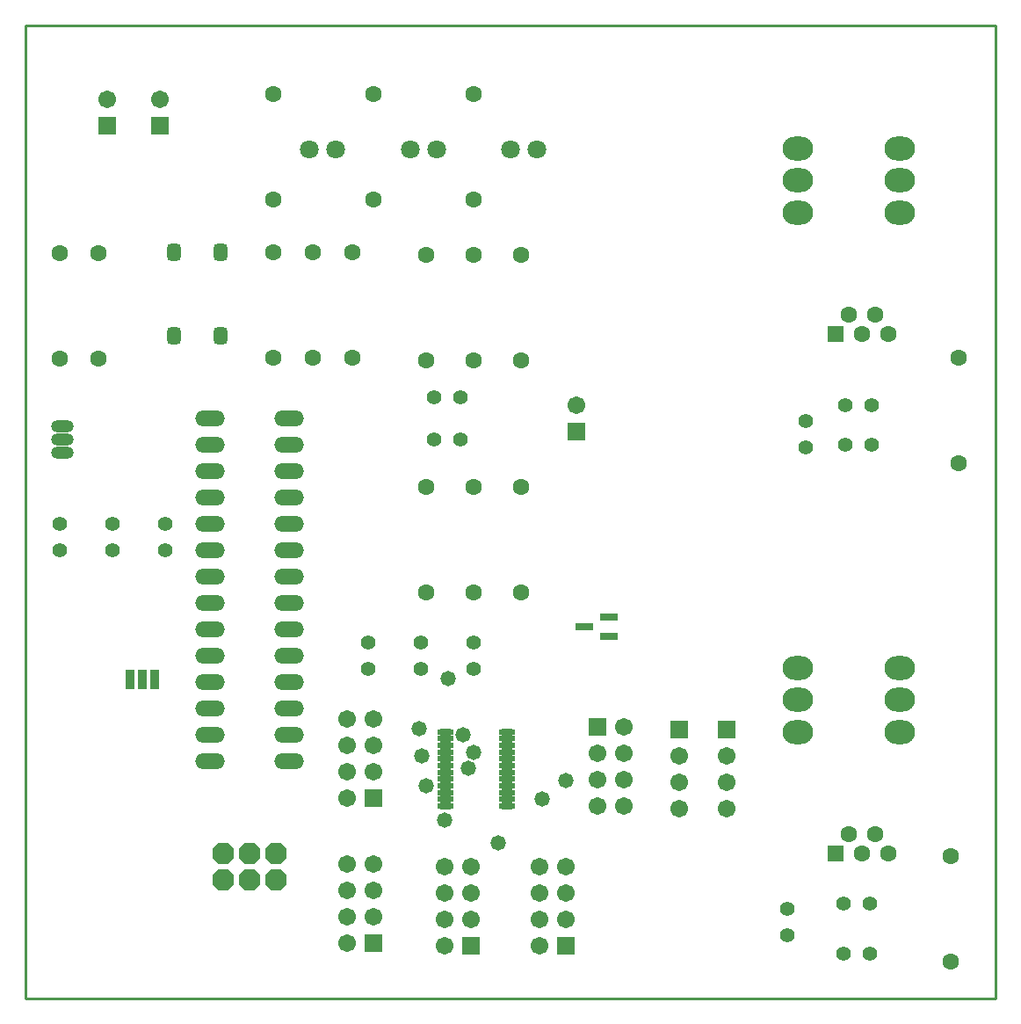
<source format=gts>
G04*
G04 #@! TF.GenerationSoftware,Altium Limited,Altium Designer,20.0.10 (225)*
G04*
G04 Layer_Color=8388736*
%FSLAX24Y24*%
%MOIN*%
G70*
G01*
G75*
%ADD12C,0.0100*%
%ADD21R,0.0651X0.0316*%
G04:AMPARAMS|DCode=22|XSize=65mil|YSize=53mil|CornerRadius=15.3mil|HoleSize=0mil|Usage=FLASHONLY|Rotation=90.000|XOffset=0mil|YOffset=0mil|HoleType=Round|Shape=RoundedRectangle|*
%AMROUNDEDRECTD22*
21,1,0.0650,0.0225,0,0,90.0*
21,1,0.0345,0.0530,0,0,90.0*
1,1,0.0305,0.0113,0.0173*
1,1,0.0305,0.0113,-0.0173*
1,1,0.0305,-0.0113,-0.0173*
1,1,0.0305,-0.0113,0.0173*
%
%ADD22ROUNDEDRECTD22*%
%ADD23O,0.0631X0.0257*%
%ADD24R,0.0360X0.0750*%
%ADD25C,0.0671*%
%ADD26R,0.0671X0.0671*%
%ADD27C,0.0552*%
%ADD28C,0.0710*%
%ADD29P,0.0888X8X202.5*%
%ADD30C,0.0631*%
%ADD31O,0.0867X0.0474*%
%ADD32O,0.0867X0.0474*%
%ADD33O,0.1120X0.0600*%
%ADD34R,0.0631X0.0631*%
%ADD35O,0.1159X0.0907*%
%ADD36C,0.0580*%
D12*
X0Y0D02*
Y36900D01*
X36800D01*
Y0D02*
Y36900D01*
X0Y0D02*
X36800D01*
D21*
X21200Y14100D02*
D03*
X22125Y14474D02*
D03*
Y13726D02*
D03*
D22*
X7386Y25125D02*
D03*
Y28279D02*
D03*
X5618Y25125D02*
D03*
Y28279D02*
D03*
D23*
X18261Y7293D02*
D03*
Y7548D02*
D03*
Y7804D02*
D03*
Y8060D02*
D03*
Y8316D02*
D03*
Y8572D02*
D03*
Y8828D02*
D03*
Y9084D02*
D03*
Y9340D02*
D03*
Y9596D02*
D03*
Y9852D02*
D03*
Y10107D02*
D03*
X15939Y7293D02*
D03*
Y7548D02*
D03*
Y7804D02*
D03*
Y8060D02*
D03*
Y8316D02*
D03*
Y8572D02*
D03*
Y8828D02*
D03*
Y9084D02*
D03*
Y9340D02*
D03*
Y9596D02*
D03*
Y9852D02*
D03*
Y10107D02*
D03*
D24*
X3948Y12100D02*
D03*
X4420D02*
D03*
X4900D02*
D03*
D25*
X19500Y5008D02*
D03*
X20500D02*
D03*
X19500Y4008D02*
D03*
X20500D02*
D03*
X19500Y3008D02*
D03*
X20500D02*
D03*
X19500Y2008D02*
D03*
X3100Y34100D02*
D03*
X5100D02*
D03*
X26600Y7200D02*
D03*
Y8200D02*
D03*
Y9200D02*
D03*
X24800Y7200D02*
D03*
Y8200D02*
D03*
Y9200D02*
D03*
X20900Y22500D02*
D03*
X22700Y7300D02*
D03*
X21700D02*
D03*
X22700Y8300D02*
D03*
X21700D02*
D03*
X22700Y9300D02*
D03*
X21700D02*
D03*
X22700Y10300D02*
D03*
X12200Y5100D02*
D03*
X13200D02*
D03*
X12200Y4100D02*
D03*
X13200D02*
D03*
X12200Y3100D02*
D03*
X13200D02*
D03*
X12200Y2100D02*
D03*
X15900Y5000D02*
D03*
X16900D02*
D03*
X15900Y4000D02*
D03*
X16900D02*
D03*
X15900Y3000D02*
D03*
X16900D02*
D03*
X15900Y2000D02*
D03*
X12200Y10600D02*
D03*
X13200D02*
D03*
X12200Y9600D02*
D03*
X13200D02*
D03*
X12200Y8600D02*
D03*
X13200D02*
D03*
X12200Y7600D02*
D03*
D26*
X20500Y2008D02*
D03*
X3100Y33100D02*
D03*
X5100D02*
D03*
X26600Y10200D02*
D03*
X24800D02*
D03*
X20900Y21500D02*
D03*
X21700Y10300D02*
D03*
X13200Y2100D02*
D03*
X16900Y2000D02*
D03*
X13200Y7600D02*
D03*
D27*
X16500Y22800D02*
D03*
X15500D02*
D03*
X16500Y21200D02*
D03*
X15500D02*
D03*
X32021Y3600D02*
D03*
X31021D02*
D03*
X32021Y1700D02*
D03*
X31021D02*
D03*
X32100Y21000D02*
D03*
X31100D02*
D03*
X32100Y22500D02*
D03*
X31100D02*
D03*
X28900Y2400D02*
D03*
Y3400D02*
D03*
X29600Y20900D02*
D03*
Y21900D02*
D03*
X17000Y13500D02*
D03*
Y12500D02*
D03*
X15000Y13500D02*
D03*
Y12500D02*
D03*
X13000Y13500D02*
D03*
Y12500D02*
D03*
X3300Y17000D02*
D03*
Y18000D02*
D03*
X1300Y17000D02*
D03*
Y18000D02*
D03*
X5300Y17000D02*
D03*
Y18000D02*
D03*
D28*
X14581Y32200D02*
D03*
X15581D02*
D03*
X18400D02*
D03*
X19400D02*
D03*
X10761D02*
D03*
X11761D02*
D03*
D29*
X9500Y5500D02*
D03*
Y4500D02*
D03*
X8500Y5500D02*
D03*
Y4500D02*
D03*
X7500Y5500D02*
D03*
Y4500D02*
D03*
D30*
X17000Y30300D02*
D03*
Y34300D02*
D03*
X10900Y24300D02*
D03*
Y28300D02*
D03*
X12400Y24300D02*
D03*
Y28300D02*
D03*
X2750Y24250D02*
D03*
Y28250D02*
D03*
X1300Y24250D02*
D03*
Y28250D02*
D03*
X9400Y24300D02*
D03*
Y28300D02*
D03*
Y30300D02*
D03*
Y34300D02*
D03*
X13200Y30300D02*
D03*
Y34300D02*
D03*
X32721Y25178D02*
D03*
X31721D02*
D03*
X31221Y25928D02*
D03*
X32221D02*
D03*
X32721Y5478D02*
D03*
X31721D02*
D03*
X31221Y6228D02*
D03*
X32221D02*
D03*
X35400Y24300D02*
D03*
Y20300D02*
D03*
X35100Y5400D02*
D03*
Y1400D02*
D03*
X15200Y19400D02*
D03*
Y15400D02*
D03*
X18800D02*
D03*
Y19400D02*
D03*
X15200Y24200D02*
D03*
Y28200D02*
D03*
X18800D02*
D03*
Y24200D02*
D03*
X17000Y15400D02*
D03*
Y19400D02*
D03*
Y28200D02*
D03*
Y24200D02*
D03*
D31*
X1400Y21700D02*
D03*
D32*
Y21200D02*
D03*
Y20700D02*
D03*
D33*
X10000Y22000D02*
D03*
Y21000D02*
D03*
Y20000D02*
D03*
Y19000D02*
D03*
Y18000D02*
D03*
Y17000D02*
D03*
Y16000D02*
D03*
Y15000D02*
D03*
Y14000D02*
D03*
Y13000D02*
D03*
Y12000D02*
D03*
Y11000D02*
D03*
Y10000D02*
D03*
Y9000D02*
D03*
X7000D02*
D03*
Y10000D02*
D03*
Y11000D02*
D03*
Y12000D02*
D03*
Y13000D02*
D03*
Y14000D02*
D03*
Y15000D02*
D03*
Y16000D02*
D03*
Y17000D02*
D03*
Y18000D02*
D03*
Y19000D02*
D03*
Y20000D02*
D03*
Y21000D02*
D03*
Y22000D02*
D03*
D34*
X30721Y25178D02*
D03*
Y5478D02*
D03*
D35*
X33158Y32241D02*
D03*
Y31020D02*
D03*
Y29800D02*
D03*
X29300D02*
D03*
Y31020D02*
D03*
Y32241D02*
D03*
X33158Y12541D02*
D03*
Y11320D02*
D03*
Y10100D02*
D03*
X29300D02*
D03*
Y11320D02*
D03*
Y12541D02*
D03*
D36*
X17000Y9340D02*
D03*
X16610Y9980D02*
D03*
X15200Y8060D02*
D03*
X16040Y12110D02*
D03*
X15904Y6770D02*
D03*
X17940Y5900D02*
D03*
X19586Y7548D02*
D03*
X14920Y10240D02*
D03*
X15040Y9200D02*
D03*
X16790Y8720D02*
D03*
X20510Y8250D02*
D03*
M02*

</source>
